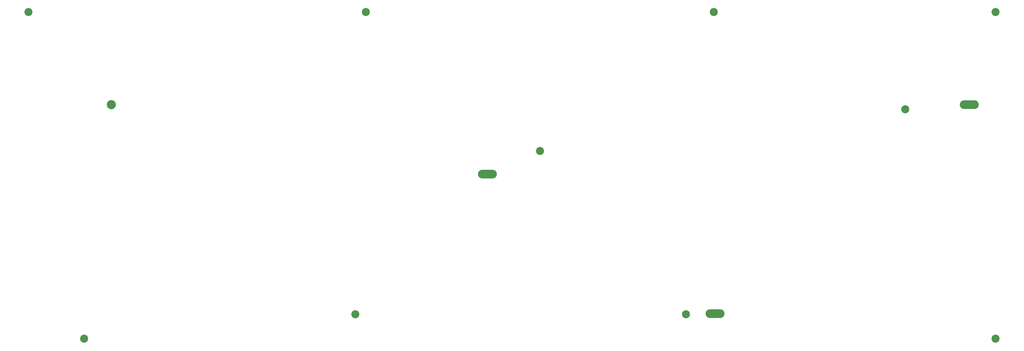
<source format=gbr>
%TF.GenerationSoftware,KiCad,Pcbnew,(5.1.9-0-10_14)*%
%TF.CreationDate,2021-01-17T11:24:12+09:00*%
%TF.ProjectId,Jones_plate_bottom,4a6f6e65-735f-4706-9c61-74655f626f74,rev?*%
%TF.SameCoordinates,Original*%
%TF.FileFunction,Soldermask,Bot*%
%TF.FilePolarity,Negative*%
%FSLAX46Y46*%
G04 Gerber Fmt 4.6, Leading zero omitted, Abs format (unit mm)*
G04 Created by KiCad (PCBNEW (5.1.9-0-10_14)) date 2021-01-17 11:24:12*
%MOMM*%
%LPD*%
G01*
G04 APERTURE LIST*
%ADD10C,2.200000*%
%ADD11C,2.499400*%
%ADD12O,5.200000X2.400000*%
G04 APERTURE END LIST*
D10*
%TO.C,H10*%
X197955000Y-102500000D03*
%TD*%
%TO.C,H9*%
X257962500Y-46302500D03*
%TD*%
D11*
%TO.C,REF\u002A\u002A*%
X40624960Y-44974600D03*
D12*
X275474960Y-44974600D03*
X205924960Y-102274600D03*
X143624960Y-64074600D03*
%TD*%
D10*
%TO.C,H8*%
X157950000Y-57732500D03*
%TD*%
%TO.C,H3*%
X282727500Y-19632500D03*
%TD*%
%TO.C,H5*%
X107467500Y-102500000D03*
%TD*%
%TO.C,H7*%
X17932500Y-19632500D03*
%TD*%
%TO.C,H6*%
X33172500Y-109167500D03*
%TD*%
%TO.C,H4*%
X282727500Y-109167500D03*
%TD*%
%TO.C,H2*%
X205575000Y-19632500D03*
%TD*%
%TO.C,H1*%
X110325000Y-19632500D03*
%TD*%
M02*

</source>
